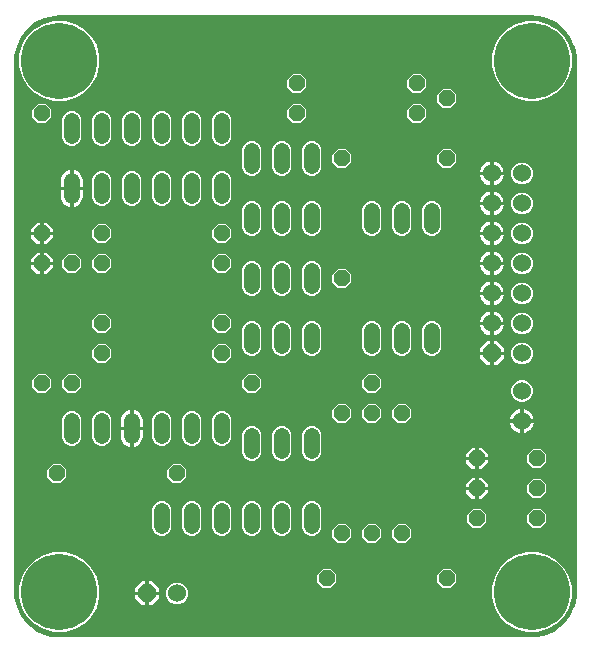
<source format=gbl>
G04 EAGLE Gerber RS-274X export*
G75*
%MOMM*%
%FSLAX34Y34*%
%LPD*%
%INBottom Copper*%
%IPPOS*%
%AMOC8*
5,1,8,0,0,1.08239X$1,22.5*%
G01*
%ADD10P,1.429621X8X112.500000*%
%ADD11P,1.429621X8X202.500000*%
%ADD12C,1.320800*%
%ADD13P,1.429621X8X292.500000*%
%ADD14P,1.429621X8X22.500000*%
%ADD15C,6.451600*%
%ADD16P,1.649562X8X202.500000*%
%ADD17P,1.649562X8X112.500000*%
%ADD18C,1.524000*%
%ADD19C,0.756400*%

G36*
X440316Y13587D02*
X440316Y13587D01*
X440343Y13586D01*
X444547Y13822D01*
X444579Y13829D01*
X444674Y13840D01*
X452873Y15711D01*
X452874Y15712D01*
X452875Y15712D01*
X453034Y15768D01*
X460610Y19416D01*
X460611Y19417D01*
X460613Y19417D01*
X460755Y19507D01*
X467329Y24750D01*
X467330Y24751D01*
X467331Y24752D01*
X467450Y24871D01*
X472693Y31445D01*
X472694Y31447D01*
X472695Y31448D01*
X472784Y31590D01*
X476432Y39166D01*
X476433Y39168D01*
X476434Y39169D01*
X476489Y39327D01*
X478360Y47526D01*
X478362Y47558D01*
X478378Y47653D01*
X478614Y51857D01*
X478612Y51874D01*
X478615Y51900D01*
X478615Y501900D01*
X478613Y501916D01*
X478614Y501943D01*
X478378Y506147D01*
X478371Y506179D01*
X478360Y506274D01*
X476489Y514473D01*
X476488Y514474D01*
X476488Y514475D01*
X476432Y514634D01*
X472784Y522210D01*
X472783Y522211D01*
X472783Y522213D01*
X472693Y522355D01*
X467450Y528929D01*
X467449Y528930D01*
X467448Y528931D01*
X467329Y529050D01*
X460755Y534293D01*
X460753Y534294D01*
X460752Y534295D01*
X460610Y534384D01*
X453034Y538032D01*
X453032Y538033D01*
X453031Y538034D01*
X452873Y538089D01*
X449631Y538829D01*
X446295Y539590D01*
X444674Y539960D01*
X444642Y539962D01*
X444547Y539978D01*
X440343Y540214D01*
X440326Y540212D01*
X440300Y540215D01*
X40300Y540215D01*
X40284Y540213D01*
X40257Y540214D01*
X36053Y539978D01*
X36021Y539971D01*
X35926Y539960D01*
X27727Y538089D01*
X27726Y538088D01*
X27725Y538088D01*
X27566Y538032D01*
X19990Y534384D01*
X19989Y534383D01*
X19987Y534383D01*
X19845Y534293D01*
X13271Y529050D01*
X13270Y529049D01*
X13269Y529048D01*
X13150Y528929D01*
X7907Y522355D01*
X7906Y522353D01*
X7905Y522352D01*
X7816Y522210D01*
X4168Y514634D01*
X4167Y514632D01*
X4166Y514631D01*
X4111Y514473D01*
X2240Y506274D01*
X2238Y506242D01*
X2222Y506147D01*
X1986Y501943D01*
X1988Y501926D01*
X1985Y501900D01*
X1985Y51900D01*
X1987Y51884D01*
X1986Y51857D01*
X2222Y47653D01*
X2229Y47621D01*
X2240Y47526D01*
X4111Y39327D01*
X4112Y39326D01*
X4112Y39325D01*
X4159Y39191D01*
X4160Y39187D01*
X4161Y39185D01*
X4168Y39166D01*
X7816Y31590D01*
X7817Y31589D01*
X7817Y31587D01*
X7907Y31445D01*
X13150Y24871D01*
X13151Y24870D01*
X13152Y24869D01*
X13271Y24750D01*
X19845Y19507D01*
X19847Y19506D01*
X19848Y19505D01*
X19990Y19416D01*
X27566Y15768D01*
X27568Y15767D01*
X27569Y15766D01*
X27727Y15711D01*
X30293Y15126D01*
X33628Y14364D01*
X35926Y13840D01*
X35958Y13838D01*
X36053Y13822D01*
X40257Y13586D01*
X40274Y13588D01*
X40300Y13585D01*
X440300Y13585D01*
X440316Y13587D01*
G37*
%LPC*%
G36*
X435852Y468117D02*
X435852Y468117D01*
X427260Y470420D01*
X419557Y474867D01*
X413267Y481157D01*
X408820Y488860D01*
X406517Y497452D01*
X406517Y506348D01*
X408820Y514940D01*
X413267Y522643D01*
X419557Y528933D01*
X427260Y533380D01*
X435852Y535683D01*
X444748Y535683D01*
X453340Y533380D01*
X461043Y528933D01*
X467333Y522643D01*
X471780Y514940D01*
X474083Y506348D01*
X474083Y497452D01*
X471780Y488860D01*
X467333Y481157D01*
X461043Y474867D01*
X453340Y470420D01*
X444748Y468117D01*
X435852Y468117D01*
G37*
%LPD*%
%LPC*%
G36*
X35852Y468117D02*
X35852Y468117D01*
X27260Y470420D01*
X19557Y474867D01*
X13267Y481157D01*
X8820Y488860D01*
X6517Y497452D01*
X6517Y506348D01*
X8820Y514940D01*
X13267Y522643D01*
X19557Y528933D01*
X27260Y533380D01*
X35852Y535683D01*
X44748Y535683D01*
X53340Y533380D01*
X61043Y528933D01*
X67333Y522643D01*
X71780Y514940D01*
X74083Y506348D01*
X74083Y497452D01*
X71780Y488860D01*
X67333Y481157D01*
X61043Y474867D01*
X53340Y470420D01*
X44748Y468117D01*
X35852Y468117D01*
G37*
%LPD*%
%LPC*%
G36*
X435852Y18117D02*
X435852Y18117D01*
X427260Y20420D01*
X419557Y24867D01*
X413267Y31157D01*
X408820Y38860D01*
X406517Y47452D01*
X406517Y56348D01*
X408820Y64940D01*
X413267Y72643D01*
X419557Y78933D01*
X427260Y83380D01*
X435852Y85683D01*
X444748Y85683D01*
X453340Y83380D01*
X461043Y78933D01*
X467333Y72643D01*
X471780Y64940D01*
X474083Y56348D01*
X474083Y47452D01*
X471780Y38860D01*
X467333Y31157D01*
X461043Y24867D01*
X453340Y20420D01*
X444748Y18117D01*
X435852Y18117D01*
G37*
%LPD*%
%LPC*%
G36*
X35852Y18117D02*
X35852Y18117D01*
X27260Y20420D01*
X19557Y24867D01*
X13267Y31157D01*
X8820Y38860D01*
X6517Y47452D01*
X6517Y56348D01*
X8820Y64940D01*
X13267Y72643D01*
X19557Y78933D01*
X27260Y83380D01*
X35852Y85683D01*
X44748Y85683D01*
X53340Y83380D01*
X61043Y78933D01*
X67333Y72643D01*
X71780Y64940D01*
X74083Y56348D01*
X74083Y47452D01*
X71780Y38860D01*
X67333Y31157D01*
X61043Y24867D01*
X53340Y20420D01*
X44748Y18117D01*
X35852Y18117D01*
G37*
%LPD*%
%LPC*%
G36*
X201583Y251967D02*
X201583Y251967D01*
X198595Y253205D01*
X196309Y255491D01*
X195071Y258479D01*
X195071Y274921D01*
X196309Y277909D01*
X198595Y280195D01*
X201583Y281433D01*
X204817Y281433D01*
X207805Y280195D01*
X210091Y277909D01*
X211329Y274921D01*
X211329Y258479D01*
X210091Y255491D01*
X207805Y253205D01*
X204817Y251967D01*
X201583Y251967D01*
G37*
%LPD*%
%LPC*%
G36*
X226983Y251967D02*
X226983Y251967D01*
X223995Y253205D01*
X221709Y255491D01*
X220471Y258479D01*
X220471Y274921D01*
X221709Y277909D01*
X223995Y280195D01*
X226983Y281433D01*
X230217Y281433D01*
X233205Y280195D01*
X235491Y277909D01*
X236729Y274921D01*
X236729Y258479D01*
X235491Y255491D01*
X233205Y253205D01*
X230217Y251967D01*
X226983Y251967D01*
G37*
%LPD*%
%LPC*%
G36*
X252383Y251967D02*
X252383Y251967D01*
X249395Y253205D01*
X247109Y255491D01*
X245871Y258479D01*
X245871Y274921D01*
X247109Y277909D01*
X249395Y280195D01*
X252383Y281433D01*
X255617Y281433D01*
X258605Y280195D01*
X260891Y277909D01*
X262129Y274921D01*
X262129Y258479D01*
X260891Y255491D01*
X258605Y253205D01*
X255617Y251967D01*
X252383Y251967D01*
G37*
%LPD*%
%LPC*%
G36*
X303183Y251967D02*
X303183Y251967D01*
X300195Y253205D01*
X297909Y255491D01*
X296671Y258479D01*
X296671Y274921D01*
X297909Y277909D01*
X300195Y280195D01*
X303183Y281433D01*
X306417Y281433D01*
X309405Y280195D01*
X311691Y277909D01*
X312929Y274921D01*
X312929Y258479D01*
X311691Y255491D01*
X309405Y253205D01*
X306417Y251967D01*
X303183Y251967D01*
G37*
%LPD*%
%LPC*%
G36*
X99983Y429767D02*
X99983Y429767D01*
X96995Y431005D01*
X94709Y433291D01*
X93471Y436279D01*
X93471Y452721D01*
X94709Y455709D01*
X96995Y457995D01*
X99983Y459233D01*
X103217Y459233D01*
X106205Y457995D01*
X108491Y455709D01*
X109729Y452721D01*
X109729Y436279D01*
X108491Y433291D01*
X106205Y431005D01*
X103217Y429767D01*
X99983Y429767D01*
G37*
%LPD*%
%LPC*%
G36*
X125383Y429767D02*
X125383Y429767D01*
X122395Y431005D01*
X120109Y433291D01*
X118871Y436279D01*
X118871Y452721D01*
X120109Y455709D01*
X122395Y457995D01*
X125383Y459233D01*
X128617Y459233D01*
X131605Y457995D01*
X133891Y455709D01*
X135129Y452721D01*
X135129Y436279D01*
X133891Y433291D01*
X131605Y431005D01*
X128617Y429767D01*
X125383Y429767D01*
G37*
%LPD*%
%LPC*%
G36*
X49183Y429767D02*
X49183Y429767D01*
X46195Y431005D01*
X43909Y433291D01*
X42671Y436279D01*
X42671Y452721D01*
X43909Y455709D01*
X46195Y457995D01*
X49183Y459233D01*
X52417Y459233D01*
X55405Y457995D01*
X57691Y455709D01*
X58929Y452721D01*
X58929Y436279D01*
X57691Y433291D01*
X55405Y431005D01*
X52417Y429767D01*
X49183Y429767D01*
G37*
%LPD*%
%LPC*%
G36*
X74583Y429767D02*
X74583Y429767D01*
X71595Y431005D01*
X69309Y433291D01*
X68071Y436279D01*
X68071Y452721D01*
X69309Y455709D01*
X71595Y457995D01*
X74583Y459233D01*
X77817Y459233D01*
X80805Y457995D01*
X83091Y455709D01*
X84329Y452721D01*
X84329Y436279D01*
X83091Y433291D01*
X80805Y431005D01*
X77817Y429767D01*
X74583Y429767D01*
G37*
%LPD*%
%LPC*%
G36*
X176183Y429767D02*
X176183Y429767D01*
X173195Y431005D01*
X170909Y433291D01*
X169671Y436279D01*
X169671Y452721D01*
X170909Y455709D01*
X173195Y457995D01*
X176183Y459233D01*
X179417Y459233D01*
X182405Y457995D01*
X184691Y455709D01*
X185929Y452721D01*
X185929Y436279D01*
X184691Y433291D01*
X182405Y431005D01*
X179417Y429767D01*
X176183Y429767D01*
G37*
%LPD*%
%LPC*%
G36*
X150783Y429767D02*
X150783Y429767D01*
X147795Y431005D01*
X145509Y433291D01*
X144271Y436279D01*
X144271Y452721D01*
X145509Y455709D01*
X147795Y457995D01*
X150783Y459233D01*
X154017Y459233D01*
X157005Y457995D01*
X159291Y455709D01*
X160529Y452721D01*
X160529Y436279D01*
X159291Y433291D01*
X157005Y431005D01*
X154017Y429767D01*
X150783Y429767D01*
G37*
%LPD*%
%LPC*%
G36*
X252383Y404367D02*
X252383Y404367D01*
X249395Y405605D01*
X247109Y407891D01*
X245871Y410879D01*
X245871Y427321D01*
X247109Y430309D01*
X249395Y432595D01*
X252383Y433833D01*
X255617Y433833D01*
X258605Y432595D01*
X260891Y430309D01*
X262129Y427321D01*
X262129Y410879D01*
X260891Y407891D01*
X258605Y405605D01*
X255617Y404367D01*
X252383Y404367D01*
G37*
%LPD*%
%LPC*%
G36*
X226983Y404367D02*
X226983Y404367D01*
X223995Y405605D01*
X221709Y407891D01*
X220471Y410879D01*
X220471Y427321D01*
X221709Y430309D01*
X223995Y432595D01*
X226983Y433833D01*
X230217Y433833D01*
X233205Y432595D01*
X235491Y430309D01*
X236729Y427321D01*
X236729Y410879D01*
X235491Y407891D01*
X233205Y405605D01*
X230217Y404367D01*
X226983Y404367D01*
G37*
%LPD*%
%LPC*%
G36*
X201583Y404367D02*
X201583Y404367D01*
X198595Y405605D01*
X196309Y407891D01*
X195071Y410879D01*
X195071Y427321D01*
X196309Y430309D01*
X198595Y432595D01*
X201583Y433833D01*
X204817Y433833D01*
X207805Y432595D01*
X210091Y430309D01*
X211329Y427321D01*
X211329Y410879D01*
X210091Y407891D01*
X207805Y405605D01*
X204817Y404367D01*
X201583Y404367D01*
G37*
%LPD*%
%LPC*%
G36*
X328583Y251967D02*
X328583Y251967D01*
X325595Y253205D01*
X323309Y255491D01*
X322071Y258479D01*
X322071Y274921D01*
X323309Y277909D01*
X325595Y280195D01*
X328583Y281433D01*
X331817Y281433D01*
X334805Y280195D01*
X337091Y277909D01*
X338329Y274921D01*
X338329Y258479D01*
X337091Y255491D01*
X334805Y253205D01*
X331817Y251967D01*
X328583Y251967D01*
G37*
%LPD*%
%LPC*%
G36*
X353983Y251967D02*
X353983Y251967D01*
X350995Y253205D01*
X348709Y255491D01*
X347471Y258479D01*
X347471Y274921D01*
X348709Y277909D01*
X350995Y280195D01*
X353983Y281433D01*
X357217Y281433D01*
X360205Y280195D01*
X362491Y277909D01*
X363729Y274921D01*
X363729Y258479D01*
X362491Y255491D01*
X360205Y253205D01*
X357217Y251967D01*
X353983Y251967D01*
G37*
%LPD*%
%LPC*%
G36*
X201583Y99567D02*
X201583Y99567D01*
X198595Y100805D01*
X196309Y103091D01*
X195071Y106079D01*
X195071Y122521D01*
X196309Y125509D01*
X198595Y127795D01*
X201583Y129033D01*
X204817Y129033D01*
X207805Y127795D01*
X210091Y125509D01*
X211329Y122521D01*
X211329Y106079D01*
X210091Y103091D01*
X207805Y100805D01*
X204817Y99567D01*
X201583Y99567D01*
G37*
%LPD*%
%LPC*%
G36*
X176183Y99567D02*
X176183Y99567D01*
X173195Y100805D01*
X170909Y103091D01*
X169671Y106079D01*
X169671Y122521D01*
X170909Y125509D01*
X173195Y127795D01*
X176183Y129033D01*
X179417Y129033D01*
X182405Y127795D01*
X184691Y125509D01*
X185929Y122521D01*
X185929Y106079D01*
X184691Y103091D01*
X182405Y100805D01*
X179417Y99567D01*
X176183Y99567D01*
G37*
%LPD*%
%LPC*%
G36*
X226983Y99567D02*
X226983Y99567D01*
X223995Y100805D01*
X221709Y103091D01*
X220471Y106079D01*
X220471Y122521D01*
X221709Y125509D01*
X223995Y127795D01*
X226983Y129033D01*
X230217Y129033D01*
X233205Y127795D01*
X235491Y125509D01*
X236729Y122521D01*
X236729Y106079D01*
X235491Y103091D01*
X233205Y100805D01*
X230217Y99567D01*
X226983Y99567D01*
G37*
%LPD*%
%LPC*%
G36*
X252383Y99567D02*
X252383Y99567D01*
X249395Y100805D01*
X247109Y103091D01*
X245871Y106079D01*
X245871Y122521D01*
X247109Y125509D01*
X249395Y127795D01*
X252383Y129033D01*
X255617Y129033D01*
X258605Y127795D01*
X260891Y125509D01*
X262129Y122521D01*
X262129Y106079D01*
X260891Y103091D01*
X258605Y100805D01*
X255617Y99567D01*
X252383Y99567D01*
G37*
%LPD*%
%LPC*%
G36*
X74583Y175767D02*
X74583Y175767D01*
X71595Y177005D01*
X69309Y179291D01*
X68071Y182279D01*
X68071Y198721D01*
X69309Y201709D01*
X71595Y203995D01*
X74583Y205233D01*
X77817Y205233D01*
X80805Y203995D01*
X83091Y201709D01*
X84329Y198721D01*
X84329Y182279D01*
X83091Y179291D01*
X80805Y177005D01*
X77817Y175767D01*
X74583Y175767D01*
G37*
%LPD*%
%LPC*%
G36*
X176183Y378967D02*
X176183Y378967D01*
X173195Y380205D01*
X170909Y382491D01*
X169671Y385479D01*
X169671Y401921D01*
X170909Y404909D01*
X173195Y407195D01*
X176183Y408433D01*
X179417Y408433D01*
X182405Y407195D01*
X184691Y404909D01*
X185929Y401921D01*
X185929Y385479D01*
X184691Y382491D01*
X182405Y380205D01*
X179417Y378967D01*
X176183Y378967D01*
G37*
%LPD*%
%LPC*%
G36*
X150783Y378967D02*
X150783Y378967D01*
X147795Y380205D01*
X145509Y382491D01*
X144271Y385479D01*
X144271Y401921D01*
X145509Y404909D01*
X147795Y407195D01*
X150783Y408433D01*
X154017Y408433D01*
X157005Y407195D01*
X159291Y404909D01*
X160529Y401921D01*
X160529Y385479D01*
X159291Y382491D01*
X157005Y380205D01*
X154017Y378967D01*
X150783Y378967D01*
G37*
%LPD*%
%LPC*%
G36*
X125383Y378967D02*
X125383Y378967D01*
X122395Y380205D01*
X120109Y382491D01*
X118871Y385479D01*
X118871Y401921D01*
X120109Y404909D01*
X122395Y407195D01*
X125383Y408433D01*
X128617Y408433D01*
X131605Y407195D01*
X133891Y404909D01*
X135129Y401921D01*
X135129Y385479D01*
X133891Y382491D01*
X131605Y380205D01*
X128617Y378967D01*
X125383Y378967D01*
G37*
%LPD*%
%LPC*%
G36*
X99983Y378967D02*
X99983Y378967D01*
X96995Y380205D01*
X94709Y382491D01*
X93471Y385479D01*
X93471Y401921D01*
X94709Y404909D01*
X96995Y407195D01*
X99983Y408433D01*
X103217Y408433D01*
X106205Y407195D01*
X108491Y404909D01*
X109729Y401921D01*
X109729Y385479D01*
X108491Y382491D01*
X106205Y380205D01*
X103217Y378967D01*
X99983Y378967D01*
G37*
%LPD*%
%LPC*%
G36*
X74583Y378967D02*
X74583Y378967D01*
X71595Y380205D01*
X69309Y382491D01*
X68071Y385479D01*
X68071Y401921D01*
X69309Y404909D01*
X71595Y407195D01*
X74583Y408433D01*
X77817Y408433D01*
X80805Y407195D01*
X83091Y404909D01*
X84329Y401921D01*
X84329Y385479D01*
X83091Y382491D01*
X80805Y380205D01*
X77817Y378967D01*
X74583Y378967D01*
G37*
%LPD*%
%LPC*%
G36*
X125383Y175767D02*
X125383Y175767D01*
X122395Y177005D01*
X120109Y179291D01*
X118871Y182279D01*
X118871Y198721D01*
X120109Y201709D01*
X122395Y203995D01*
X125383Y205233D01*
X128617Y205233D01*
X131605Y203995D01*
X133891Y201709D01*
X135129Y198721D01*
X135129Y182279D01*
X133891Y179291D01*
X131605Y177005D01*
X128617Y175767D01*
X125383Y175767D01*
G37*
%LPD*%
%LPC*%
G36*
X150783Y175767D02*
X150783Y175767D01*
X147795Y177005D01*
X145509Y179291D01*
X144271Y182279D01*
X144271Y198721D01*
X145509Y201709D01*
X147795Y203995D01*
X150783Y205233D01*
X154017Y205233D01*
X157005Y203995D01*
X159291Y201709D01*
X160529Y198721D01*
X160529Y182279D01*
X159291Y179291D01*
X157005Y177005D01*
X154017Y175767D01*
X150783Y175767D01*
G37*
%LPD*%
%LPC*%
G36*
X176183Y175767D02*
X176183Y175767D01*
X173195Y177005D01*
X170909Y179291D01*
X169671Y182279D01*
X169671Y198721D01*
X170909Y201709D01*
X173195Y203995D01*
X176183Y205233D01*
X179417Y205233D01*
X182405Y203995D01*
X184691Y201709D01*
X185929Y198721D01*
X185929Y182279D01*
X184691Y179291D01*
X182405Y177005D01*
X179417Y175767D01*
X176183Y175767D01*
G37*
%LPD*%
%LPC*%
G36*
X49183Y175767D02*
X49183Y175767D01*
X46195Y177005D01*
X43909Y179291D01*
X42671Y182279D01*
X42671Y198721D01*
X43909Y201709D01*
X46195Y203995D01*
X49183Y205233D01*
X52417Y205233D01*
X55405Y203995D01*
X57691Y201709D01*
X58929Y198721D01*
X58929Y182279D01*
X57691Y179291D01*
X55405Y177005D01*
X52417Y175767D01*
X49183Y175767D01*
G37*
%LPD*%
%LPC*%
G36*
X252383Y163067D02*
X252383Y163067D01*
X249395Y164305D01*
X247109Y166591D01*
X245871Y169579D01*
X245871Y186021D01*
X247109Y189009D01*
X249395Y191295D01*
X252383Y192533D01*
X255617Y192533D01*
X258605Y191295D01*
X260891Y189009D01*
X262129Y186021D01*
X262129Y169579D01*
X260891Y166591D01*
X258605Y164305D01*
X255617Y163067D01*
X252383Y163067D01*
G37*
%LPD*%
%LPC*%
G36*
X226983Y163067D02*
X226983Y163067D01*
X223995Y164305D01*
X221709Y166591D01*
X220471Y169579D01*
X220471Y186021D01*
X221709Y189009D01*
X223995Y191295D01*
X226983Y192533D01*
X230217Y192533D01*
X233205Y191295D01*
X235491Y189009D01*
X236729Y186021D01*
X236729Y169579D01*
X235491Y166591D01*
X233205Y164305D01*
X230217Y163067D01*
X226983Y163067D01*
G37*
%LPD*%
%LPC*%
G36*
X150783Y99567D02*
X150783Y99567D01*
X147795Y100805D01*
X145509Y103091D01*
X144271Y106079D01*
X144271Y122521D01*
X145509Y125509D01*
X147795Y127795D01*
X150783Y129033D01*
X154017Y129033D01*
X157005Y127795D01*
X159291Y125509D01*
X160529Y122521D01*
X160529Y106079D01*
X159291Y103091D01*
X157005Y100805D01*
X154017Y99567D01*
X150783Y99567D01*
G37*
%LPD*%
%LPC*%
G36*
X125383Y99567D02*
X125383Y99567D01*
X122395Y100805D01*
X120109Y103091D01*
X118871Y106079D01*
X118871Y122521D01*
X120109Y125509D01*
X122395Y127795D01*
X125383Y129033D01*
X128617Y129033D01*
X131605Y127795D01*
X133891Y125509D01*
X135129Y122521D01*
X135129Y106079D01*
X133891Y103091D01*
X131605Y100805D01*
X128617Y99567D01*
X125383Y99567D01*
G37*
%LPD*%
%LPC*%
G36*
X252383Y302767D02*
X252383Y302767D01*
X249395Y304005D01*
X247109Y306291D01*
X245871Y309279D01*
X245871Y325721D01*
X247109Y328709D01*
X249395Y330995D01*
X252383Y332233D01*
X255617Y332233D01*
X258605Y330995D01*
X260891Y328709D01*
X262129Y325721D01*
X262129Y309279D01*
X260891Y306291D01*
X258605Y304005D01*
X255617Y302767D01*
X252383Y302767D01*
G37*
%LPD*%
%LPC*%
G36*
X353983Y353567D02*
X353983Y353567D01*
X350995Y354805D01*
X348709Y357091D01*
X347471Y360079D01*
X347471Y376521D01*
X348709Y379509D01*
X350995Y381795D01*
X353983Y383033D01*
X357217Y383033D01*
X360205Y381795D01*
X362491Y379509D01*
X363729Y376521D01*
X363729Y360079D01*
X362491Y357091D01*
X360205Y354805D01*
X357217Y353567D01*
X353983Y353567D01*
G37*
%LPD*%
%LPC*%
G36*
X328583Y353567D02*
X328583Y353567D01*
X325595Y354805D01*
X323309Y357091D01*
X322071Y360079D01*
X322071Y376521D01*
X323309Y379509D01*
X325595Y381795D01*
X328583Y383033D01*
X331817Y383033D01*
X334805Y381795D01*
X337091Y379509D01*
X338329Y376521D01*
X338329Y360079D01*
X337091Y357091D01*
X334805Y354805D01*
X331817Y353567D01*
X328583Y353567D01*
G37*
%LPD*%
%LPC*%
G36*
X303183Y353567D02*
X303183Y353567D01*
X300195Y354805D01*
X297909Y357091D01*
X296671Y360079D01*
X296671Y376521D01*
X297909Y379509D01*
X300195Y381795D01*
X303183Y383033D01*
X306417Y383033D01*
X309405Y381795D01*
X311691Y379509D01*
X312929Y376521D01*
X312929Y360079D01*
X311691Y357091D01*
X309405Y354805D01*
X306417Y353567D01*
X303183Y353567D01*
G37*
%LPD*%
%LPC*%
G36*
X252383Y353567D02*
X252383Y353567D01*
X249395Y354805D01*
X247109Y357091D01*
X245871Y360079D01*
X245871Y376521D01*
X247109Y379509D01*
X249395Y381795D01*
X252383Y383033D01*
X255617Y383033D01*
X258605Y381795D01*
X260891Y379509D01*
X262129Y376521D01*
X262129Y360079D01*
X260891Y357091D01*
X258605Y354805D01*
X255617Y353567D01*
X252383Y353567D01*
G37*
%LPD*%
%LPC*%
G36*
X226983Y353567D02*
X226983Y353567D01*
X223995Y354805D01*
X221709Y357091D01*
X220471Y360079D01*
X220471Y376521D01*
X221709Y379509D01*
X223995Y381795D01*
X226983Y383033D01*
X230217Y383033D01*
X233205Y381795D01*
X235491Y379509D01*
X236729Y376521D01*
X236729Y360079D01*
X235491Y357091D01*
X233205Y354805D01*
X230217Y353567D01*
X226983Y353567D01*
G37*
%LPD*%
%LPC*%
G36*
X201583Y353567D02*
X201583Y353567D01*
X198595Y354805D01*
X196309Y357091D01*
X195071Y360079D01*
X195071Y376521D01*
X196309Y379509D01*
X198595Y381795D01*
X201583Y383033D01*
X204817Y383033D01*
X207805Y381795D01*
X210091Y379509D01*
X211329Y376521D01*
X211329Y360079D01*
X210091Y357091D01*
X207805Y354805D01*
X204817Y353567D01*
X201583Y353567D01*
G37*
%LPD*%
%LPC*%
G36*
X201583Y163067D02*
X201583Y163067D01*
X198595Y164305D01*
X196309Y166591D01*
X195071Y169579D01*
X195071Y186021D01*
X196309Y189009D01*
X198595Y191295D01*
X201583Y192533D01*
X204817Y192533D01*
X207805Y191295D01*
X210091Y189009D01*
X211329Y186021D01*
X211329Y169579D01*
X210091Y166591D01*
X207805Y164305D01*
X204817Y163067D01*
X201583Y163067D01*
G37*
%LPD*%
%LPC*%
G36*
X201583Y302767D02*
X201583Y302767D01*
X198595Y304005D01*
X196309Y306291D01*
X195071Y309279D01*
X195071Y325721D01*
X196309Y328709D01*
X198595Y330995D01*
X201583Y332233D01*
X204817Y332233D01*
X207805Y330995D01*
X210091Y328709D01*
X211329Y325721D01*
X211329Y309279D01*
X210091Y306291D01*
X207805Y304005D01*
X204817Y302767D01*
X201583Y302767D01*
G37*
%LPD*%
%LPC*%
G36*
X226983Y302767D02*
X226983Y302767D01*
X223995Y304005D01*
X221709Y306291D01*
X220471Y309279D01*
X220471Y325721D01*
X221709Y328709D01*
X223995Y330995D01*
X226983Y332233D01*
X230217Y332233D01*
X233205Y330995D01*
X235491Y328709D01*
X236729Y325721D01*
X236729Y309279D01*
X235491Y306291D01*
X233205Y304005D01*
X230217Y302767D01*
X226983Y302767D01*
G37*
%LPD*%
%LPC*%
G36*
X429981Y371855D02*
X429981Y371855D01*
X426620Y373247D01*
X424047Y375820D01*
X422655Y379181D01*
X422655Y382819D01*
X424047Y386180D01*
X426620Y388753D01*
X429981Y390145D01*
X433619Y390145D01*
X436980Y388753D01*
X439553Y386180D01*
X440945Y382819D01*
X440945Y379181D01*
X439553Y375820D01*
X436980Y373247D01*
X433619Y371855D01*
X429981Y371855D01*
G37*
%LPD*%
%LPC*%
G36*
X429981Y321055D02*
X429981Y321055D01*
X426620Y322447D01*
X424047Y325020D01*
X422655Y328381D01*
X422655Y332019D01*
X424047Y335380D01*
X426620Y337953D01*
X429981Y339345D01*
X433619Y339345D01*
X436980Y337953D01*
X439553Y335380D01*
X440945Y332019D01*
X440945Y328381D01*
X439553Y325020D01*
X436980Y322447D01*
X433619Y321055D01*
X429981Y321055D01*
G37*
%LPD*%
%LPC*%
G36*
X429981Y346455D02*
X429981Y346455D01*
X426620Y347847D01*
X424047Y350420D01*
X422655Y353781D01*
X422655Y357419D01*
X424047Y360780D01*
X426620Y363353D01*
X429981Y364745D01*
X433619Y364745D01*
X436980Y363353D01*
X439553Y360780D01*
X440945Y357419D01*
X440945Y353781D01*
X439553Y350420D01*
X436980Y347847D01*
X433619Y346455D01*
X429981Y346455D01*
G37*
%LPD*%
%LPC*%
G36*
X429981Y244855D02*
X429981Y244855D01*
X426620Y246247D01*
X424047Y248820D01*
X422655Y252181D01*
X422655Y255819D01*
X424047Y259180D01*
X426620Y261753D01*
X429981Y263145D01*
X433619Y263145D01*
X436980Y261753D01*
X439553Y259180D01*
X440945Y255819D01*
X440945Y252181D01*
X439553Y248820D01*
X436980Y246247D01*
X433619Y244855D01*
X429981Y244855D01*
G37*
%LPD*%
%LPC*%
G36*
X429981Y213105D02*
X429981Y213105D01*
X426620Y214497D01*
X424047Y217070D01*
X422655Y220431D01*
X422655Y224069D01*
X424047Y227430D01*
X426620Y230003D01*
X429981Y231395D01*
X433619Y231395D01*
X436980Y230003D01*
X439553Y227430D01*
X440945Y224069D01*
X440945Y220431D01*
X439553Y217070D01*
X436980Y214497D01*
X433619Y213105D01*
X429981Y213105D01*
G37*
%LPD*%
%LPC*%
G36*
X429981Y295655D02*
X429981Y295655D01*
X426620Y297047D01*
X424047Y299620D01*
X422655Y302981D01*
X422655Y306619D01*
X424047Y309980D01*
X426620Y312553D01*
X429981Y313945D01*
X433619Y313945D01*
X436980Y312553D01*
X439553Y309980D01*
X440945Y306619D01*
X440945Y302981D01*
X439553Y299620D01*
X436980Y297047D01*
X433619Y295655D01*
X429981Y295655D01*
G37*
%LPD*%
%LPC*%
G36*
X429981Y397255D02*
X429981Y397255D01*
X426620Y398647D01*
X424047Y401220D01*
X422655Y404581D01*
X422655Y408219D01*
X424047Y411580D01*
X426620Y414153D01*
X429981Y415545D01*
X433619Y415545D01*
X436980Y414153D01*
X439553Y411580D01*
X440945Y408219D01*
X440945Y404581D01*
X439553Y401220D01*
X436980Y398647D01*
X433619Y397255D01*
X429981Y397255D01*
G37*
%LPD*%
%LPC*%
G36*
X137881Y41655D02*
X137881Y41655D01*
X134520Y43047D01*
X131947Y45620D01*
X130555Y48981D01*
X130555Y52619D01*
X131947Y55980D01*
X134520Y58553D01*
X137881Y59945D01*
X141519Y59945D01*
X144880Y58553D01*
X147453Y55980D01*
X148845Y52619D01*
X148845Y48981D01*
X147453Y45620D01*
X144880Y43047D01*
X141519Y41655D01*
X137881Y41655D01*
G37*
%LPD*%
%LPC*%
G36*
X429981Y270255D02*
X429981Y270255D01*
X426620Y271647D01*
X424047Y274220D01*
X422655Y277581D01*
X422655Y281219D01*
X424047Y284580D01*
X426620Y287153D01*
X429981Y288545D01*
X433619Y288545D01*
X436980Y287153D01*
X439553Y284580D01*
X440945Y281219D01*
X440945Y277581D01*
X439553Y274220D01*
X436980Y271647D01*
X433619Y270255D01*
X429981Y270255D01*
G37*
%LPD*%
%LPC*%
G36*
X72833Y347471D02*
X72833Y347471D01*
X68071Y352233D01*
X68071Y358967D01*
X72833Y363729D01*
X79567Y363729D01*
X84329Y358967D01*
X84329Y352233D01*
X79567Y347471D01*
X72833Y347471D01*
G37*
%LPD*%
%LPC*%
G36*
X174433Y347471D02*
X174433Y347471D01*
X169671Y352233D01*
X169671Y358967D01*
X174433Y363729D01*
X181167Y363729D01*
X185929Y358967D01*
X185929Y352233D01*
X181167Y347471D01*
X174433Y347471D01*
G37*
%LPD*%
%LPC*%
G36*
X441133Y131571D02*
X441133Y131571D01*
X436371Y136333D01*
X436371Y143067D01*
X441133Y147829D01*
X447867Y147829D01*
X452629Y143067D01*
X452629Y136333D01*
X447867Y131571D01*
X441133Y131571D01*
G37*
%LPD*%
%LPC*%
G36*
X34733Y144271D02*
X34733Y144271D01*
X29971Y149033D01*
X29971Y155767D01*
X34733Y160529D01*
X41467Y160529D01*
X46229Y155767D01*
X46229Y149033D01*
X41467Y144271D01*
X34733Y144271D01*
G37*
%LPD*%
%LPC*%
G36*
X136333Y144271D02*
X136333Y144271D01*
X131571Y149033D01*
X131571Y155767D01*
X136333Y160529D01*
X143067Y160529D01*
X147829Y155767D01*
X147829Y149033D01*
X143067Y144271D01*
X136333Y144271D01*
G37*
%LPD*%
%LPC*%
G36*
X441133Y156971D02*
X441133Y156971D01*
X436371Y161733D01*
X436371Y168467D01*
X441133Y173229D01*
X447867Y173229D01*
X452629Y168467D01*
X452629Y161733D01*
X447867Y156971D01*
X441133Y156971D01*
G37*
%LPD*%
%LPC*%
G36*
X441133Y106171D02*
X441133Y106171D01*
X436371Y110933D01*
X436371Y117667D01*
X441133Y122429D01*
X447867Y122429D01*
X452629Y117667D01*
X452629Y110933D01*
X447867Y106171D01*
X441133Y106171D01*
G37*
%LPD*%
%LPC*%
G36*
X199833Y220471D02*
X199833Y220471D01*
X195071Y225233D01*
X195071Y231967D01*
X199833Y236729D01*
X206567Y236729D01*
X211329Y231967D01*
X211329Y225233D01*
X206567Y220471D01*
X199833Y220471D01*
G37*
%LPD*%
%LPC*%
G36*
X72833Y245871D02*
X72833Y245871D01*
X68071Y250633D01*
X68071Y257367D01*
X72833Y262129D01*
X79567Y262129D01*
X84329Y257367D01*
X84329Y250633D01*
X79567Y245871D01*
X72833Y245871D01*
G37*
%LPD*%
%LPC*%
G36*
X174433Y322071D02*
X174433Y322071D01*
X169671Y326833D01*
X169671Y333567D01*
X174433Y338329D01*
X181167Y338329D01*
X185929Y333567D01*
X185929Y326833D01*
X181167Y322071D01*
X174433Y322071D01*
G37*
%LPD*%
%LPC*%
G36*
X72833Y322071D02*
X72833Y322071D01*
X68071Y326833D01*
X68071Y333567D01*
X72833Y338329D01*
X79567Y338329D01*
X84329Y333567D01*
X84329Y326833D01*
X79567Y322071D01*
X72833Y322071D01*
G37*
%LPD*%
%LPC*%
G36*
X47433Y322071D02*
X47433Y322071D01*
X42671Y326833D01*
X42671Y333567D01*
X47433Y338329D01*
X54167Y338329D01*
X58929Y333567D01*
X58929Y326833D01*
X54167Y322071D01*
X47433Y322071D01*
G37*
%LPD*%
%LPC*%
G36*
X390333Y106171D02*
X390333Y106171D01*
X385571Y110933D01*
X385571Y117667D01*
X390333Y122429D01*
X397067Y122429D01*
X401829Y117667D01*
X401829Y110933D01*
X397067Y106171D01*
X390333Y106171D01*
G37*
%LPD*%
%LPC*%
G36*
X326833Y93471D02*
X326833Y93471D01*
X322071Y98233D01*
X322071Y104967D01*
X326833Y109729D01*
X333567Y109729D01*
X338329Y104967D01*
X338329Y98233D01*
X333567Y93471D01*
X326833Y93471D01*
G37*
%LPD*%
%LPC*%
G36*
X301433Y93471D02*
X301433Y93471D01*
X296671Y98233D01*
X296671Y104967D01*
X301433Y109729D01*
X308167Y109729D01*
X312929Y104967D01*
X312929Y98233D01*
X308167Y93471D01*
X301433Y93471D01*
G37*
%LPD*%
%LPC*%
G36*
X276033Y93471D02*
X276033Y93471D01*
X271271Y98233D01*
X271271Y104967D01*
X276033Y109729D01*
X282767Y109729D01*
X287529Y104967D01*
X287529Y98233D01*
X282767Y93471D01*
X276033Y93471D01*
G37*
%LPD*%
%LPC*%
G36*
X174433Y245871D02*
X174433Y245871D01*
X169671Y250633D01*
X169671Y257367D01*
X174433Y262129D01*
X181167Y262129D01*
X185929Y257367D01*
X185929Y250633D01*
X181167Y245871D01*
X174433Y245871D01*
G37*
%LPD*%
%LPC*%
G36*
X339533Y474471D02*
X339533Y474471D01*
X334771Y479233D01*
X334771Y485967D01*
X339533Y490729D01*
X346267Y490729D01*
X351029Y485967D01*
X351029Y479233D01*
X346267Y474471D01*
X339533Y474471D01*
G37*
%LPD*%
%LPC*%
G36*
X364933Y55371D02*
X364933Y55371D01*
X360171Y60133D01*
X360171Y66867D01*
X364933Y71629D01*
X371667Y71629D01*
X376429Y66867D01*
X376429Y60133D01*
X371667Y55371D01*
X364933Y55371D01*
G37*
%LPD*%
%LPC*%
G36*
X263333Y55371D02*
X263333Y55371D01*
X258571Y60133D01*
X258571Y66867D01*
X263333Y71629D01*
X270067Y71629D01*
X274829Y66867D01*
X274829Y60133D01*
X270067Y55371D01*
X263333Y55371D01*
G37*
%LPD*%
%LPC*%
G36*
X47433Y220471D02*
X47433Y220471D01*
X42671Y225233D01*
X42671Y231967D01*
X47433Y236729D01*
X54167Y236729D01*
X58929Y231967D01*
X58929Y225233D01*
X54167Y220471D01*
X47433Y220471D01*
G37*
%LPD*%
%LPC*%
G36*
X276033Y309371D02*
X276033Y309371D01*
X271271Y314133D01*
X271271Y320867D01*
X276033Y325629D01*
X282767Y325629D01*
X287529Y320867D01*
X287529Y314133D01*
X282767Y309371D01*
X276033Y309371D01*
G37*
%LPD*%
%LPC*%
G36*
X22033Y220471D02*
X22033Y220471D01*
X17271Y225233D01*
X17271Y231967D01*
X22033Y236729D01*
X28767Y236729D01*
X33529Y231967D01*
X33529Y225233D01*
X28767Y220471D01*
X22033Y220471D01*
G37*
%LPD*%
%LPC*%
G36*
X237933Y474471D02*
X237933Y474471D01*
X233171Y479233D01*
X233171Y485967D01*
X237933Y490729D01*
X244667Y490729D01*
X249429Y485967D01*
X249429Y479233D01*
X244667Y474471D01*
X237933Y474471D01*
G37*
%LPD*%
%LPC*%
G36*
X364933Y461771D02*
X364933Y461771D01*
X360171Y466533D01*
X360171Y473267D01*
X364933Y478029D01*
X371667Y478029D01*
X376429Y473267D01*
X376429Y466533D01*
X371667Y461771D01*
X364933Y461771D01*
G37*
%LPD*%
%LPC*%
G36*
X301433Y220471D02*
X301433Y220471D01*
X296671Y225233D01*
X296671Y231967D01*
X301433Y236729D01*
X308167Y236729D01*
X312929Y231967D01*
X312929Y225233D01*
X308167Y220471D01*
X301433Y220471D01*
G37*
%LPD*%
%LPC*%
G36*
X339533Y449071D02*
X339533Y449071D01*
X334771Y453833D01*
X334771Y460567D01*
X339533Y465329D01*
X346267Y465329D01*
X351029Y460567D01*
X351029Y453833D01*
X346267Y449071D01*
X339533Y449071D01*
G37*
%LPD*%
%LPC*%
G36*
X276033Y195071D02*
X276033Y195071D01*
X271271Y199833D01*
X271271Y206567D01*
X276033Y211329D01*
X282767Y211329D01*
X287529Y206567D01*
X287529Y199833D01*
X282767Y195071D01*
X276033Y195071D01*
G37*
%LPD*%
%LPC*%
G36*
X301433Y195071D02*
X301433Y195071D01*
X296671Y199833D01*
X296671Y206567D01*
X301433Y211329D01*
X308167Y211329D01*
X312929Y206567D01*
X312929Y199833D01*
X308167Y195071D01*
X301433Y195071D01*
G37*
%LPD*%
%LPC*%
G36*
X326833Y195071D02*
X326833Y195071D01*
X322071Y199833D01*
X322071Y206567D01*
X326833Y211329D01*
X333567Y211329D01*
X338329Y206567D01*
X338329Y199833D01*
X333567Y195071D01*
X326833Y195071D01*
G37*
%LPD*%
%LPC*%
G36*
X237933Y449071D02*
X237933Y449071D01*
X233171Y453833D01*
X233171Y460567D01*
X237933Y465329D01*
X244667Y465329D01*
X249429Y460567D01*
X249429Y453833D01*
X244667Y449071D01*
X237933Y449071D01*
G37*
%LPD*%
%LPC*%
G36*
X174433Y271271D02*
X174433Y271271D01*
X169671Y276033D01*
X169671Y282767D01*
X174433Y287529D01*
X181167Y287529D01*
X185929Y282767D01*
X185929Y276033D01*
X181167Y271271D01*
X174433Y271271D01*
G37*
%LPD*%
%LPC*%
G36*
X72833Y271271D02*
X72833Y271271D01*
X68071Y276033D01*
X68071Y282767D01*
X72833Y287529D01*
X79567Y287529D01*
X84329Y282767D01*
X84329Y276033D01*
X79567Y271271D01*
X72833Y271271D01*
G37*
%LPD*%
%LPC*%
G36*
X276033Y410971D02*
X276033Y410971D01*
X271271Y415733D01*
X271271Y422467D01*
X276033Y427229D01*
X282767Y427229D01*
X287529Y422467D01*
X287529Y415733D01*
X282767Y410971D01*
X276033Y410971D01*
G37*
%LPD*%
%LPC*%
G36*
X364933Y410971D02*
X364933Y410971D01*
X360171Y415733D01*
X360171Y422467D01*
X364933Y427229D01*
X371667Y427229D01*
X376429Y422467D01*
X376429Y415733D01*
X371667Y410971D01*
X364933Y410971D01*
G37*
%LPD*%
%LPC*%
G36*
X22033Y449071D02*
X22033Y449071D01*
X17271Y453833D01*
X17271Y460567D01*
X22033Y465329D01*
X28767Y465329D01*
X33529Y460567D01*
X33529Y453833D01*
X28767Y449071D01*
X22033Y449071D01*
G37*
%LPD*%
%LPC*%
G36*
X103123Y192023D02*
X103123Y192023D01*
X103123Y206125D01*
X104267Y205897D01*
X105932Y205208D01*
X107430Y204207D01*
X108703Y202934D01*
X109704Y201436D01*
X110393Y199771D01*
X110745Y198005D01*
X110745Y192023D01*
X103123Y192023D01*
G37*
%LPD*%
%LPC*%
G36*
X52323Y395223D02*
X52323Y395223D01*
X52323Y409325D01*
X53467Y409097D01*
X55132Y408408D01*
X56630Y407407D01*
X57903Y406134D01*
X58904Y404636D01*
X59593Y402971D01*
X59945Y401205D01*
X59945Y395223D01*
X52323Y395223D01*
G37*
%LPD*%
%LPC*%
G36*
X52323Y392177D02*
X52323Y392177D01*
X59945Y392177D01*
X59945Y386195D01*
X59593Y384429D01*
X58904Y382764D01*
X57903Y381266D01*
X56630Y379993D01*
X55132Y378992D01*
X53467Y378303D01*
X52323Y378075D01*
X52323Y392177D01*
G37*
%LPD*%
%LPC*%
G36*
X103123Y188977D02*
X103123Y188977D01*
X110745Y188977D01*
X110745Y182995D01*
X110393Y181229D01*
X109704Y179564D01*
X108703Y178066D01*
X107430Y176793D01*
X105932Y175792D01*
X104267Y175103D01*
X103123Y174875D01*
X103123Y188977D01*
G37*
%LPD*%
%LPC*%
G36*
X92455Y192023D02*
X92455Y192023D01*
X92455Y198005D01*
X92807Y199771D01*
X93496Y201436D01*
X94497Y202934D01*
X95770Y204207D01*
X97268Y205208D01*
X98933Y205897D01*
X100077Y206125D01*
X100077Y192023D01*
X92455Y192023D01*
G37*
%LPD*%
%LPC*%
G36*
X41655Y395223D02*
X41655Y395223D01*
X41655Y401205D01*
X42007Y402971D01*
X42696Y404636D01*
X43697Y406134D01*
X44970Y407407D01*
X46468Y408408D01*
X48133Y409097D01*
X49277Y409325D01*
X49277Y395223D01*
X41655Y395223D01*
G37*
%LPD*%
%LPC*%
G36*
X48133Y378303D02*
X48133Y378303D01*
X46468Y378992D01*
X44970Y379993D01*
X43697Y381266D01*
X42696Y382764D01*
X42007Y384429D01*
X41655Y386195D01*
X41655Y392177D01*
X49277Y392177D01*
X49277Y378075D01*
X48133Y378303D01*
G37*
%LPD*%
%LPC*%
G36*
X98933Y175103D02*
X98933Y175103D01*
X97268Y175792D01*
X95770Y176793D01*
X94497Y178066D01*
X93496Y179564D01*
X92807Y181229D01*
X92455Y182995D01*
X92455Y188977D01*
X100077Y188977D01*
X100077Y174875D01*
X98933Y175103D01*
G37*
%LPD*%
%LPC*%
G36*
X115823Y52323D02*
X115823Y52323D01*
X115823Y60961D01*
X118509Y60961D01*
X124461Y55009D01*
X124461Y52323D01*
X115823Y52323D01*
G37*
%LPD*%
%LPC*%
G36*
X407923Y255523D02*
X407923Y255523D01*
X407923Y264161D01*
X410609Y264161D01*
X416561Y258209D01*
X416561Y255523D01*
X407923Y255523D01*
G37*
%LPD*%
%LPC*%
G36*
X396239Y255523D02*
X396239Y255523D01*
X396239Y258209D01*
X402191Y264161D01*
X404877Y264161D01*
X404877Y255523D01*
X396239Y255523D01*
G37*
%LPD*%
%LPC*%
G36*
X115823Y49277D02*
X115823Y49277D01*
X124461Y49277D01*
X124461Y46591D01*
X118509Y40639D01*
X115823Y40639D01*
X115823Y49277D01*
G37*
%LPD*%
%LPC*%
G36*
X104139Y52323D02*
X104139Y52323D01*
X104139Y55009D01*
X110091Y60961D01*
X112777Y60961D01*
X112777Y52323D01*
X104139Y52323D01*
G37*
%LPD*%
%LPC*%
G36*
X407923Y243839D02*
X407923Y243839D01*
X407923Y252477D01*
X416561Y252477D01*
X416561Y249791D01*
X410609Y243839D01*
X407923Y243839D01*
G37*
%LPD*%
%LPC*%
G36*
X402191Y243839D02*
X402191Y243839D01*
X396239Y249791D01*
X396239Y252477D01*
X404877Y252477D01*
X404877Y243839D01*
X402191Y243839D01*
G37*
%LPD*%
%LPC*%
G36*
X110091Y40639D02*
X110091Y40639D01*
X104139Y46591D01*
X104139Y49277D01*
X112777Y49277D01*
X112777Y40639D01*
X110091Y40639D01*
G37*
%LPD*%
%LPC*%
G36*
X407923Y331723D02*
X407923Y331723D01*
X407923Y340246D01*
X408779Y340111D01*
X410300Y339616D01*
X411725Y338890D01*
X413019Y337950D01*
X414150Y336819D01*
X415090Y335525D01*
X415816Y334100D01*
X416311Y332579D01*
X416446Y331723D01*
X407923Y331723D01*
G37*
%LPD*%
%LPC*%
G36*
X407923Y357123D02*
X407923Y357123D01*
X407923Y365646D01*
X408779Y365511D01*
X410300Y365016D01*
X411725Y364290D01*
X413019Y363350D01*
X414150Y362219D01*
X415090Y360925D01*
X415816Y359500D01*
X416311Y357979D01*
X416446Y357123D01*
X407923Y357123D01*
G37*
%LPD*%
%LPC*%
G36*
X407923Y407923D02*
X407923Y407923D01*
X407923Y416446D01*
X408779Y416311D01*
X410300Y415816D01*
X411725Y415090D01*
X413019Y414150D01*
X414150Y413019D01*
X415090Y411725D01*
X415816Y410300D01*
X416311Y408779D01*
X416446Y407923D01*
X407923Y407923D01*
G37*
%LPD*%
%LPC*%
G36*
X407923Y306323D02*
X407923Y306323D01*
X407923Y314846D01*
X408779Y314711D01*
X410300Y314216D01*
X411725Y313490D01*
X413019Y312550D01*
X414150Y311419D01*
X415090Y310125D01*
X415816Y308700D01*
X416311Y307179D01*
X416446Y306323D01*
X407923Y306323D01*
G37*
%LPD*%
%LPC*%
G36*
X407923Y280923D02*
X407923Y280923D01*
X407923Y289446D01*
X408779Y289311D01*
X410300Y288816D01*
X411725Y288090D01*
X413019Y287150D01*
X414150Y286019D01*
X415090Y284725D01*
X415816Y283300D01*
X416311Y281779D01*
X416446Y280923D01*
X407923Y280923D01*
G37*
%LPD*%
%LPC*%
G36*
X407923Y382523D02*
X407923Y382523D01*
X407923Y391046D01*
X408779Y390911D01*
X410300Y390416D01*
X411725Y389690D01*
X413019Y388750D01*
X414150Y387619D01*
X415090Y386325D01*
X415816Y384900D01*
X416311Y383379D01*
X416446Y382523D01*
X407923Y382523D01*
G37*
%LPD*%
%LPC*%
G36*
X433323Y198373D02*
X433323Y198373D01*
X433323Y206896D01*
X434179Y206761D01*
X435700Y206266D01*
X437125Y205540D01*
X438419Y204600D01*
X439550Y203469D01*
X440490Y202175D01*
X441216Y200750D01*
X441711Y199229D01*
X441846Y198373D01*
X433323Y198373D01*
G37*
%LPD*%
%LPC*%
G36*
X421754Y198373D02*
X421754Y198373D01*
X421889Y199229D01*
X422384Y200750D01*
X423110Y202175D01*
X424050Y203469D01*
X425181Y204600D01*
X426475Y205540D01*
X427900Y206266D01*
X429421Y206761D01*
X430277Y206896D01*
X430277Y198373D01*
X421754Y198373D01*
G37*
%LPD*%
%LPC*%
G36*
X407923Y303277D02*
X407923Y303277D01*
X416446Y303277D01*
X416311Y302421D01*
X415816Y300900D01*
X415090Y299475D01*
X414150Y298181D01*
X413019Y297050D01*
X411725Y296110D01*
X410300Y295384D01*
X408779Y294889D01*
X407923Y294754D01*
X407923Y303277D01*
G37*
%LPD*%
%LPC*%
G36*
X396354Y407923D02*
X396354Y407923D01*
X396489Y408779D01*
X396984Y410300D01*
X397710Y411725D01*
X398650Y413019D01*
X399781Y414150D01*
X401075Y415090D01*
X402500Y415816D01*
X404021Y416311D01*
X404877Y416446D01*
X404877Y407923D01*
X396354Y407923D01*
G37*
%LPD*%
%LPC*%
G36*
X396354Y306323D02*
X396354Y306323D01*
X396489Y307179D01*
X396984Y308700D01*
X397710Y310125D01*
X398650Y311419D01*
X399781Y312550D01*
X401075Y313490D01*
X402500Y314216D01*
X404021Y314711D01*
X404877Y314846D01*
X404877Y306323D01*
X396354Y306323D01*
G37*
%LPD*%
%LPC*%
G36*
X396354Y280923D02*
X396354Y280923D01*
X396489Y281779D01*
X396984Y283300D01*
X397710Y284725D01*
X398650Y286019D01*
X399781Y287150D01*
X401075Y288090D01*
X402500Y288816D01*
X404021Y289311D01*
X404877Y289446D01*
X404877Y280923D01*
X396354Y280923D01*
G37*
%LPD*%
%LPC*%
G36*
X407923Y277877D02*
X407923Y277877D01*
X416446Y277877D01*
X416311Y277021D01*
X415816Y275500D01*
X415090Y274075D01*
X414150Y272781D01*
X413019Y271650D01*
X411725Y270710D01*
X410300Y269984D01*
X408779Y269489D01*
X407923Y269354D01*
X407923Y277877D01*
G37*
%LPD*%
%LPC*%
G36*
X396354Y357123D02*
X396354Y357123D01*
X396489Y357979D01*
X396984Y359500D01*
X397710Y360925D01*
X398650Y362219D01*
X399781Y363350D01*
X401075Y364290D01*
X402500Y365016D01*
X404021Y365511D01*
X404877Y365646D01*
X404877Y357123D01*
X396354Y357123D01*
G37*
%LPD*%
%LPC*%
G36*
X396354Y331723D02*
X396354Y331723D01*
X396489Y332579D01*
X396984Y334100D01*
X397710Y335525D01*
X398650Y336819D01*
X399781Y337950D01*
X401075Y338890D01*
X402500Y339616D01*
X404021Y340111D01*
X404877Y340246D01*
X404877Y331723D01*
X396354Y331723D01*
G37*
%LPD*%
%LPC*%
G36*
X407923Y404877D02*
X407923Y404877D01*
X416446Y404877D01*
X416311Y404021D01*
X415816Y402500D01*
X415090Y401075D01*
X414150Y399781D01*
X413019Y398650D01*
X411725Y397710D01*
X410300Y396984D01*
X408779Y396489D01*
X407923Y396354D01*
X407923Y404877D01*
G37*
%LPD*%
%LPC*%
G36*
X433323Y195327D02*
X433323Y195327D01*
X441846Y195327D01*
X441711Y194471D01*
X441216Y192950D01*
X440490Y191525D01*
X439550Y190231D01*
X438419Y189100D01*
X437125Y188160D01*
X435700Y187434D01*
X434179Y186939D01*
X433323Y186804D01*
X433323Y195327D01*
G37*
%LPD*%
%LPC*%
G36*
X407923Y379477D02*
X407923Y379477D01*
X416446Y379477D01*
X416311Y378621D01*
X415816Y377100D01*
X415090Y375675D01*
X414150Y374381D01*
X413019Y373250D01*
X411725Y372310D01*
X410300Y371584D01*
X408779Y371089D01*
X407923Y370954D01*
X407923Y379477D01*
G37*
%LPD*%
%LPC*%
G36*
X407923Y328677D02*
X407923Y328677D01*
X416446Y328677D01*
X416311Y327821D01*
X415816Y326300D01*
X415090Y324875D01*
X414150Y323581D01*
X413019Y322450D01*
X411725Y321510D01*
X410300Y320784D01*
X408779Y320289D01*
X407923Y320154D01*
X407923Y328677D01*
G37*
%LPD*%
%LPC*%
G36*
X407923Y354077D02*
X407923Y354077D01*
X416446Y354077D01*
X416311Y353221D01*
X415816Y351700D01*
X415090Y350275D01*
X414150Y348981D01*
X413019Y347850D01*
X411725Y346910D01*
X410300Y346184D01*
X408779Y345689D01*
X407923Y345554D01*
X407923Y354077D01*
G37*
%LPD*%
%LPC*%
G36*
X396354Y382523D02*
X396354Y382523D01*
X396489Y383379D01*
X396984Y384900D01*
X397710Y386325D01*
X398650Y387619D01*
X399781Y388750D01*
X401075Y389690D01*
X402500Y390416D01*
X404021Y390911D01*
X404877Y391046D01*
X404877Y382523D01*
X396354Y382523D01*
G37*
%LPD*%
%LPC*%
G36*
X404021Y294889D02*
X404021Y294889D01*
X402500Y295384D01*
X401075Y296110D01*
X399781Y297050D01*
X398650Y298181D01*
X397710Y299475D01*
X396984Y300900D01*
X396489Y302421D01*
X396354Y303277D01*
X404877Y303277D01*
X404877Y294754D01*
X404021Y294889D01*
G37*
%LPD*%
%LPC*%
G36*
X404021Y345689D02*
X404021Y345689D01*
X402500Y346184D01*
X401075Y346910D01*
X399781Y347850D01*
X398650Y348981D01*
X397710Y350275D01*
X396984Y351700D01*
X396489Y353221D01*
X396354Y354077D01*
X404877Y354077D01*
X404877Y345554D01*
X404021Y345689D01*
G37*
%LPD*%
%LPC*%
G36*
X404021Y269489D02*
X404021Y269489D01*
X402500Y269984D01*
X401075Y270710D01*
X399781Y271650D01*
X398650Y272781D01*
X397710Y274075D01*
X396984Y275500D01*
X396489Y277021D01*
X396354Y277877D01*
X404877Y277877D01*
X404877Y269354D01*
X404021Y269489D01*
G37*
%LPD*%
%LPC*%
G36*
X404021Y320289D02*
X404021Y320289D01*
X402500Y320784D01*
X401075Y321510D01*
X399781Y322450D01*
X398650Y323581D01*
X397710Y324875D01*
X396984Y326300D01*
X396489Y327821D01*
X396354Y328677D01*
X404877Y328677D01*
X404877Y320154D01*
X404021Y320289D01*
G37*
%LPD*%
%LPC*%
G36*
X404021Y371089D02*
X404021Y371089D01*
X402500Y371584D01*
X401075Y372310D01*
X399781Y373250D01*
X398650Y374381D01*
X397710Y375675D01*
X396984Y377100D01*
X396489Y378621D01*
X396354Y379477D01*
X404877Y379477D01*
X404877Y370954D01*
X404021Y371089D01*
G37*
%LPD*%
%LPC*%
G36*
X404021Y396489D02*
X404021Y396489D01*
X402500Y396984D01*
X401075Y397710D01*
X399781Y398650D01*
X398650Y399781D01*
X397710Y401075D01*
X396984Y402500D01*
X396489Y404021D01*
X396354Y404877D01*
X404877Y404877D01*
X404877Y396354D01*
X404021Y396489D01*
G37*
%LPD*%
%LPC*%
G36*
X429421Y186939D02*
X429421Y186939D01*
X427900Y187434D01*
X426475Y188160D01*
X425181Y189100D01*
X424050Y190231D01*
X423110Y191525D01*
X422384Y192950D01*
X421889Y194471D01*
X421754Y195327D01*
X430277Y195327D01*
X430277Y186804D01*
X429421Y186939D01*
G37*
%LPD*%
%LPC*%
G36*
X26923Y357123D02*
X26923Y357123D01*
X26923Y364745D01*
X29188Y364745D01*
X34545Y359388D01*
X34545Y357123D01*
X26923Y357123D01*
G37*
%LPD*%
%LPC*%
G36*
X395223Y166623D02*
X395223Y166623D01*
X395223Y174245D01*
X397488Y174245D01*
X402845Y168888D01*
X402845Y166623D01*
X395223Y166623D01*
G37*
%LPD*%
%LPC*%
G36*
X26923Y331723D02*
X26923Y331723D01*
X26923Y339345D01*
X29188Y339345D01*
X34545Y333988D01*
X34545Y331723D01*
X26923Y331723D01*
G37*
%LPD*%
%LPC*%
G36*
X395223Y141223D02*
X395223Y141223D01*
X395223Y148845D01*
X397488Y148845D01*
X402845Y143488D01*
X402845Y141223D01*
X395223Y141223D01*
G37*
%LPD*%
%LPC*%
G36*
X384555Y166623D02*
X384555Y166623D01*
X384555Y168888D01*
X389912Y174245D01*
X392177Y174245D01*
X392177Y166623D01*
X384555Y166623D01*
G37*
%LPD*%
%LPC*%
G36*
X384555Y141223D02*
X384555Y141223D01*
X384555Y143488D01*
X389912Y148845D01*
X392177Y148845D01*
X392177Y141223D01*
X384555Y141223D01*
G37*
%LPD*%
%LPC*%
G36*
X26923Y346455D02*
X26923Y346455D01*
X26923Y354077D01*
X34545Y354077D01*
X34545Y351812D01*
X29188Y346455D01*
X26923Y346455D01*
G37*
%LPD*%
%LPC*%
G36*
X26923Y321055D02*
X26923Y321055D01*
X26923Y328677D01*
X34545Y328677D01*
X34545Y326412D01*
X29188Y321055D01*
X26923Y321055D01*
G37*
%LPD*%
%LPC*%
G36*
X395223Y130555D02*
X395223Y130555D01*
X395223Y138177D01*
X402845Y138177D01*
X402845Y135912D01*
X397488Y130555D01*
X395223Y130555D01*
G37*
%LPD*%
%LPC*%
G36*
X16255Y357123D02*
X16255Y357123D01*
X16255Y359388D01*
X21612Y364745D01*
X23877Y364745D01*
X23877Y357123D01*
X16255Y357123D01*
G37*
%LPD*%
%LPC*%
G36*
X16255Y331723D02*
X16255Y331723D01*
X16255Y333988D01*
X21612Y339345D01*
X23877Y339345D01*
X23877Y331723D01*
X16255Y331723D01*
G37*
%LPD*%
%LPC*%
G36*
X395223Y155955D02*
X395223Y155955D01*
X395223Y163577D01*
X402845Y163577D01*
X402845Y161312D01*
X397488Y155955D01*
X395223Y155955D01*
G37*
%LPD*%
%LPC*%
G36*
X21612Y346455D02*
X21612Y346455D01*
X16255Y351812D01*
X16255Y354077D01*
X23877Y354077D01*
X23877Y346455D01*
X21612Y346455D01*
G37*
%LPD*%
%LPC*%
G36*
X21612Y321055D02*
X21612Y321055D01*
X16255Y326412D01*
X16255Y328677D01*
X23877Y328677D01*
X23877Y321055D01*
X21612Y321055D01*
G37*
%LPD*%
%LPC*%
G36*
X389912Y155955D02*
X389912Y155955D01*
X384555Y161312D01*
X384555Y163577D01*
X392177Y163577D01*
X392177Y155955D01*
X389912Y155955D01*
G37*
%LPD*%
%LPC*%
G36*
X389912Y130555D02*
X389912Y130555D01*
X384555Y135912D01*
X384555Y138177D01*
X392177Y138177D01*
X392177Y130555D01*
X389912Y130555D01*
G37*
%LPD*%
%LPC*%
G36*
X25399Y355599D02*
X25399Y355599D01*
X25399Y355601D01*
X25401Y355601D01*
X25401Y355599D01*
X25399Y355599D01*
G37*
%LPD*%
%LPC*%
G36*
X393699Y139699D02*
X393699Y139699D01*
X393699Y139701D01*
X393701Y139701D01*
X393701Y139699D01*
X393699Y139699D01*
G37*
%LPD*%
%LPC*%
G36*
X406399Y355599D02*
X406399Y355599D01*
X406399Y355601D01*
X406401Y355601D01*
X406401Y355599D01*
X406399Y355599D01*
G37*
%LPD*%
%LPC*%
G36*
X393699Y165099D02*
X393699Y165099D01*
X393699Y165101D01*
X393701Y165101D01*
X393701Y165099D01*
X393699Y165099D01*
G37*
%LPD*%
%LPC*%
G36*
X406399Y380999D02*
X406399Y380999D01*
X406399Y381001D01*
X406401Y381001D01*
X406401Y380999D01*
X406399Y380999D01*
G37*
%LPD*%
%LPC*%
G36*
X101599Y190499D02*
X101599Y190499D01*
X101599Y190501D01*
X101601Y190501D01*
X101601Y190499D01*
X101599Y190499D01*
G37*
%LPD*%
%LPC*%
G36*
X406399Y330199D02*
X406399Y330199D01*
X406399Y330201D01*
X406401Y330201D01*
X406401Y330199D01*
X406399Y330199D01*
G37*
%LPD*%
%LPC*%
G36*
X50799Y393699D02*
X50799Y393699D01*
X50799Y393701D01*
X50801Y393701D01*
X50801Y393699D01*
X50799Y393699D01*
G37*
%LPD*%
%LPC*%
G36*
X25399Y330199D02*
X25399Y330199D01*
X25399Y330201D01*
X25401Y330201D01*
X25401Y330199D01*
X25399Y330199D01*
G37*
%LPD*%
%LPC*%
G36*
X431799Y196849D02*
X431799Y196849D01*
X431799Y196851D01*
X431801Y196851D01*
X431801Y196849D01*
X431799Y196849D01*
G37*
%LPD*%
%LPC*%
G36*
X406399Y406399D02*
X406399Y406399D01*
X406399Y406401D01*
X406401Y406401D01*
X406401Y406399D01*
X406399Y406399D01*
G37*
%LPD*%
%LPC*%
G36*
X406399Y304799D02*
X406399Y304799D01*
X406399Y304801D01*
X406401Y304801D01*
X406401Y304799D01*
X406399Y304799D01*
G37*
%LPD*%
%LPC*%
G36*
X114299Y50799D02*
X114299Y50799D01*
X114299Y50801D01*
X114301Y50801D01*
X114301Y50799D01*
X114299Y50799D01*
G37*
%LPD*%
%LPC*%
G36*
X406399Y279399D02*
X406399Y279399D01*
X406399Y279401D01*
X406401Y279401D01*
X406401Y279399D01*
X406399Y279399D01*
G37*
%LPD*%
%LPC*%
G36*
X406399Y253999D02*
X406399Y253999D01*
X406399Y254001D01*
X406401Y254001D01*
X406401Y253999D01*
X406399Y253999D01*
G37*
%LPD*%
D10*
X368300Y419100D03*
X368300Y469900D03*
D11*
X444500Y165100D03*
X393700Y165100D03*
X444500Y139700D03*
X393700Y139700D03*
X444500Y114300D03*
X393700Y114300D03*
D12*
X177800Y437896D02*
X177800Y451104D01*
X127000Y451104D02*
X127000Y437896D01*
X152400Y437896D02*
X152400Y451104D01*
X101600Y400304D02*
X101600Y387096D01*
X50800Y387096D02*
X50800Y400304D01*
X76200Y400304D02*
X76200Y387096D01*
X101600Y437896D02*
X101600Y451104D01*
X50800Y451104D02*
X50800Y437896D01*
X76200Y437896D02*
X76200Y451104D01*
X177800Y120904D02*
X177800Y107696D01*
X127000Y107696D02*
X127000Y120904D01*
X152400Y120904D02*
X152400Y107696D01*
X101600Y183896D02*
X101600Y197104D01*
X50800Y197104D02*
X50800Y183896D01*
X76200Y183896D02*
X76200Y197104D01*
X254000Y120904D02*
X254000Y107696D01*
X203200Y107696D02*
X203200Y120904D01*
X228600Y120904D02*
X228600Y107696D01*
X254000Y361696D02*
X254000Y374904D01*
X203200Y374904D02*
X203200Y361696D01*
X228600Y361696D02*
X228600Y374904D01*
X177800Y387096D02*
X177800Y400304D01*
X127000Y400304D02*
X127000Y387096D01*
X152400Y387096D02*
X152400Y400304D01*
X355600Y374904D02*
X355600Y361696D01*
X304800Y361696D02*
X304800Y374904D01*
X330200Y374904D02*
X330200Y361696D01*
X254000Y412496D02*
X254000Y425704D01*
X203200Y425704D02*
X203200Y412496D01*
X228600Y412496D02*
X228600Y425704D01*
X254000Y324104D02*
X254000Y310896D01*
X203200Y310896D02*
X203200Y324104D01*
X228600Y324104D02*
X228600Y310896D01*
X254000Y273304D02*
X254000Y260096D01*
X203200Y260096D02*
X203200Y273304D01*
X228600Y273304D02*
X228600Y260096D01*
X355600Y260096D02*
X355600Y273304D01*
X304800Y273304D02*
X304800Y260096D01*
X330200Y260096D02*
X330200Y273304D01*
X254000Y184404D02*
X254000Y171196D01*
X203200Y171196D02*
X203200Y184404D01*
X228600Y184404D02*
X228600Y171196D01*
X177800Y183896D02*
X177800Y197104D01*
X127000Y197104D02*
X127000Y183896D01*
X152400Y183896D02*
X152400Y197104D01*
D10*
X25400Y355600D03*
X25400Y457200D03*
D11*
X139700Y152400D03*
X38100Y152400D03*
D10*
X25400Y228600D03*
X25400Y330200D03*
D13*
X304800Y203200D03*
X304800Y101600D03*
D14*
X76200Y254000D03*
X177800Y254000D03*
D10*
X279400Y101600D03*
X279400Y203200D03*
X50800Y228600D03*
X50800Y330200D03*
D13*
X330200Y203200D03*
X330200Y101600D03*
D14*
X241300Y457200D03*
X342900Y457200D03*
X266700Y63500D03*
X368300Y63500D03*
D10*
X279400Y317500D03*
X279400Y419100D03*
D14*
X241300Y482600D03*
X342900Y482600D03*
D11*
X304800Y228600D03*
X203200Y228600D03*
X177800Y330200D03*
X76200Y330200D03*
D14*
X76200Y355600D03*
X177800Y355600D03*
D11*
X177800Y279400D03*
X76200Y279400D03*
D15*
X440300Y51900D03*
X440300Y501900D03*
X40300Y501900D03*
X40300Y51900D03*
D16*
X406400Y254000D03*
D17*
X114300Y50800D03*
D18*
X406400Y279400D03*
X406400Y330200D03*
X406400Y355600D03*
X406400Y381000D03*
X406400Y406400D03*
X406400Y304800D03*
X431800Y406400D03*
X431800Y381000D03*
X431800Y355600D03*
X431800Y330200D03*
X431800Y304800D03*
X431800Y279400D03*
X431800Y254000D03*
X139700Y50800D03*
X431800Y222250D03*
X431800Y196850D03*
D19*
X355600Y184150D03*
X457200Y152400D03*
X317500Y304800D03*
X317500Y406400D03*
X330200Y431800D03*
X190500Y495300D03*
X241300Y381000D03*
X165100Y222250D03*
X292100Y241300D03*
M02*

</source>
